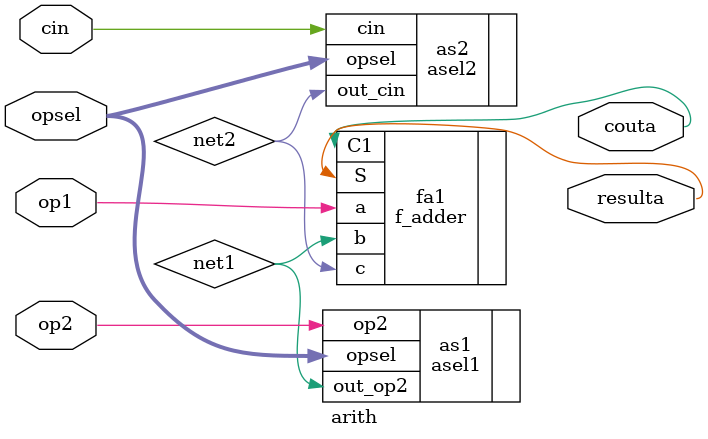
<source format=sv>
`timescale 1ns / 1ps
module arith (op1, op2, opsel, cin, couta, resulta);
input logic op1;
input logic op2;
input logic [2:0]opsel;
input logic cin;
output logic couta;
output logic resulta;

wire net1;
wire net2;

asel1 as1(.opsel(opsel[2:0]), .op2(op2), .out_op2(net1));
asel2 as2(.opsel(opsel[2:0]), .cin(cin), .out_cin(net2));

f_adder fa1(.a(op1), .b(net1), .c(net2), .S(resulta), .C1(couta));

endmodule   
</source>
